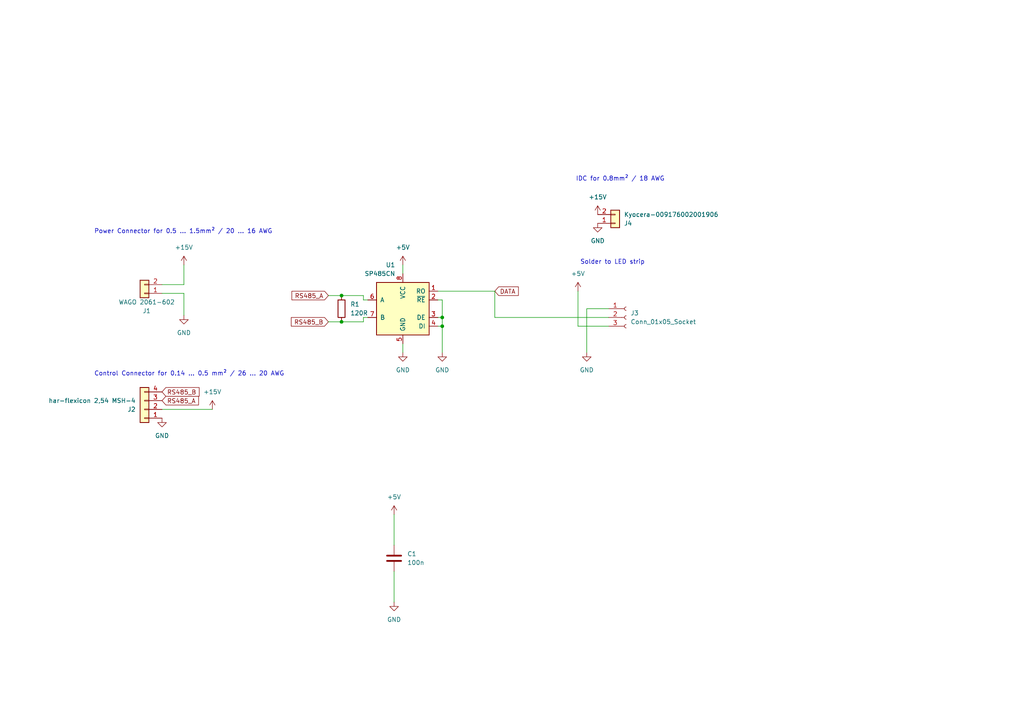
<source format=kicad_sch>
(kicad_sch (version 20230121) (generator eeschema)
  (paper "A4")
  (lib_symbols
    (symbol "Connector:Conn_01x03_Socket" (pin_names (offset 1.016) hide)
      (property "Reference" "J" (at 0 5.08 0))
      (property "Value" "Conn_01x03_Socket" (at 0 -5.08 0))
      (symbol "Conn_01x03_Socket_1_1"
        (arc (start 0 -2.032) (mid -0.5058 -2.54) (end 0 -3.048) (stroke (width 0.1524)))
        (polyline (pts (xy -1.27 -2.54) (xy -0.508 -2.54)) (stroke (width 0.1524)))
        (polyline (pts (xy -1.27 0) (xy -0.508 0)) (stroke (width 0.1524)))
        (polyline (pts (xy -1.27 2.54) (xy -0.508 2.54)) (stroke (width 0.1524)))
        (arc (start 0 0.508) (mid -0.5058 0) (end 0 -0.508) (stroke (width 0.1524)))
        (arc (start 0 3.048) (mid -0.5058 2.54) (end 0 2.032) (stroke (width 0.1524)))
        (pin passive line (at -5.08 2.54 0) (length 3.81) (name "Pin_1") (number "1"))
        (pin passive line (at -5.08 0 0) (length 3.81) (name "Pin_2") (number "2"))
        (pin passive line (at -5.08 -2.54 0) (length 3.81) (name "Pin_3") (number "3"))
      )
    )
    (symbol "Connector_Generic:Conn_01x02" (pin_names (offset 1.016) hide)
      (property "Reference" "J" (at 0 2.54 0))
      (property "Value" "Conn_01x02" (at 0 -5.08 0))
      (symbol "Conn_01x02_1_1"
        (rectangle (start -1.27 -2.413) (end 0 -2.667) (stroke (width 0.1524)))
        (rectangle (start -1.27 0.127) (end 0 -0.127) (stroke (width 0.1524)))
        (rectangle (start -1.27 1.27) (end 1.27 -3.81) (stroke (width 0.254)) (fill (type background)))
        (pin passive line (at -5.08 0 0) (length 3.81) (name "Pin_1") (number "1"))
        (pin passive line (at -5.08 -2.54 0) (length 3.81) (name "Pin_2") (number "2"))
      )
    )
    (symbol "Connector_Generic:Conn_01x04" (pin_names (offset 1.016) hide)
      (property "Reference" "J" (at 0 5.08 0))
      (property "Value" "Conn_01x04" (at 0 -7.62 0))
      (symbol "Conn_01x04_1_1"
        (rectangle (start -1.27 -4.953) (end 0 -5.207) (stroke (width 0.1524)))
        (rectangle (start -1.27 -2.413) (end 0 -2.667) (stroke (width 0.1524)))
        (rectangle (start -1.27 0.127) (end 0 -0.127) (stroke (width 0.1524)))
        (rectangle (start -1.27 2.667) (end 0 2.413) (stroke (width 0.1524)))
        (rectangle (start -1.27 3.81) (end 1.27 -6.35) (stroke (width 0.254)) (fill (type background)))
        (pin passive line (at -5.08 2.54 0) (length 3.81) (name "Pin_1") (number "1"))
        (pin passive line (at -5.08 0 0) (length 3.81) (name "Pin_2") (number "2"))
        (pin passive line (at -5.08 -2.54 0) (length 3.81) (name "Pin_3") (number "3"))
        (pin passive line (at -5.08 -5.08 0) (length 3.81) (name "Pin_4") (number "4"))
      )
    )
    (symbol "Device:C" (pin_numbers hide) (pin_names (offset 0.254))
      (property "Reference" "C" (at 0.635 2.54 0))
      (property "Value" "C" (at 0.635 -2.54 0))
      (symbol "C_0_1"
        (polyline (pts (xy -2.032 -0.762) (xy 2.032 -0.762)) (stroke (width 0.508)))
        (polyline (pts (xy -2.032 0.762) (xy 2.032 0.762)) (stroke (width 0.508)))
      )
      (symbol "C_1_1"
        (pin passive line (at 0 3.81 270) (length 2.794) (name "~") (number "1"))
        (pin passive line (at 0 -3.81 90) (length 2.794) (name "~") (number "2"))
      )
    )
    (symbol "Device:R" (pin_numbers hide) (pin_names (offset 0))
      (property "Reference" "R" (at 2.032 0 90))
      (property "Value" "R" (at 0 0 90))
      (symbol "R_0_1"
        (rectangle (start -1.016 -2.54) (end 1.016 2.54) (stroke (width 0.254)))
      )
      (symbol "R_1_1"
        (pin passive line (at 0 3.81 270) (length 1.27) (name "~") (number "1"))
        (pin passive line (at 0 -3.81 90) (length 1.27) (name "~") (number "2"))
      )
    )
    (symbol "Interface_UART:SP3485CN" (pin_names (offset 1.016))
      (property "Reference" "U" (at -7.62 8.89 0))
      (property "Value" "SP3485CN" (at 2.54 8.89 0))
      (symbol "SP3485CN_0_1"
        (rectangle (start -7.62 7.62) (end 7.62 -7.62) (stroke (width 0.254)) (fill (type background)))
      )
      (symbol "SP3485CN_1_1"
        (pin output line (at -10.16 5.08 0) (length 2.54) (name "RO") (number "1"))
        (pin input line (at -10.16 2.54 0) (length 2.54) (name "~{RE}") (number "2"))
        (pin input line (at -10.16 -2.54 0) (length 2.54) (name "DE") (number "3"))
        (pin input line (at -10.16 -5.08 0) (length 2.54) (name "DI") (number "4"))
        (pin power_in line (at 0 -10.16 90) (length 2.54) (name "GND") (number "5"))
        (pin bidirectional line (at 10.16 2.54 180) (length 2.54) (name "A") (number "6"))
        (pin bidirectional line (at 10.16 -2.54 180) (length 2.54) (name "B") (number "7"))
        (pin power_in line (at 0 10.16 270) (length 2.54) (name "VCC") (number "8"))
      )
    )
    (symbol "power:+15V" (power) (pin_names (offset 0))
      (property "Value" "+15V" (at 0 3.556 0))
      (symbol "+15V_0_1"
        (polyline (pts (xy -0.762 1.27) (xy 0 2.54)))
        (polyline (pts (xy 0 0) (xy 0 2.54)))
        (polyline (pts (xy 0 2.54) (xy 0.762 1.27)))
      )
      (symbol "+15V_1_1"
        (pin power_in line (at 0 0 90) (length 0) hide (name "+15V") (number "1"))
      )
    )
    (symbol "power:+5V" (power) (pin_names (offset 0))
      (property "Value" "+5V" (at 0 3.556 0))
      (symbol "+5V_0_1"
        (polyline (pts (xy -0.762 1.27) (xy 0 2.54)))
        (polyline (pts (xy 0 0) (xy 0 2.54)))
        (polyline (pts (xy 0 2.54) (xy 0.762 1.27)))
      )
      (symbol "+5V_1_1"
        (pin power_in line (at 0 0 90) (length 0) hide (name "+5V") (number "1"))
      )
    )
    (symbol "power:GND" (power) (pin_names (offset 0))
      (property "Value" "GND" (at 0 -3.81 0))
      (symbol "GND_0_1"
        (polyline (pts (xy 0 0) (xy 0 -1.27) (xy 1.27 -1.27) (xy 0 -2.54) (xy -1.27 -1.27) (xy 0 -1.27)))
      )
      (symbol "GND_1_1"
        (pin power_in line (at 0 0 270) (length 0) hide (name "GND") (number "1"))
      )
    )
  )
  (junction (at 99.06 85.725))
  (junction (at 128.27 94.615))
  (junction (at 99.06 93.345))
  (junction (at 128.27 92.075))
  (wire (pts (xy 170.18 89.535) (xy 176.53 89.535)))
  (wire (pts (xy 53.34 82.55) (xy 46.99 82.55)))
  (wire (pts (xy 95.25 93.345) (xy 99.06 93.345)))
  (wire (pts (xy 105.41 92.075) (xy 105.41 93.345)))
  (wire (pts (xy 105.41 92.075) (xy 106.68 92.075)))
  (wire (pts (xy 99.06 93.345) (xy 105.41 93.345)))
  (wire (pts (xy 127 92.075) (xy 128.27 92.075)))
  (wire (pts (xy 127 86.995) (xy 128.27 86.995)))
  (wire (pts (xy 167.64 84.455) (xy 167.64 94.615)))
  (wire (pts (xy 105.41 86.995) (xy 106.68 86.995)))
  (wire (pts (xy 99.06 85.725) (xy 95.25 85.725)))
  (wire (pts (xy 176.53 92.075) (xy 143.51 92.075)))
  (wire (pts (xy 114.3 149.225) (xy 114.3 158.115)))
  (wire (pts (xy 143.51 84.455) (xy 127 84.455)))
  (wire (pts (xy 128.27 92.075) (xy 128.27 94.615)))
  (wire (pts (xy 105.41 85.725) (xy 105.41 86.995)))
  (wire (pts (xy 53.34 85.09) (xy 46.99 85.09)))
  (wire (pts (xy 170.18 89.535) (xy 170.18 102.235)))
  (wire (pts (xy 116.84 99.695) (xy 116.84 102.235)))
  (wire (pts (xy 46.99 118.745) (xy 61.595 118.745)))
  (wire (pts (xy 116.84 76.835) (xy 116.84 79.375)))
  (wire (pts (xy 99.06 85.725) (xy 105.41 85.725)))
  (wire (pts (xy 53.34 76.835) (xy 53.34 82.55)))
  (wire (pts (xy 167.64 94.615) (xy 176.53 94.615)))
  (wire (pts (xy 114.3 165.735) (xy 114.3 174.625)))
  (wire (pts (xy 143.51 92.075) (xy 143.51 84.455)))
  (wire (pts (xy 128.27 94.615) (xy 128.27 102.235)))
  (wire (pts (xy 127 94.615) (xy 128.27 94.615)))
  (wire (pts (xy 53.34 91.44) (xy 53.34 85.09)))
  (wire (pts (xy 128.27 86.995) (xy 128.27 92.075)))
  (text "IDC for 0.8mm² / 18 AWG" (at 167.005 52.705 0) (effects (font (size 1.27 1.27)) (justify left bottom)))
  (text "Control Connector for 0.14 … 0.5 mm² / 26 … 20 AWG" (at 27.305 109.22 0) (effects (font (size 1.27 1.27)) (justify left bottom)))
  (text "Solder to LED strip" (at 168.275 76.835 0) (effects (font (size 1.27 1.27)) (justify left bottom)))
  (text "Power Connector for 0.5 … 1.5mm² / 20 … 16 AWG" (at 27.305 67.945 0) (effects (font (size 1.27 1.27)) (justify left bottom)))
  (global_label "RS485_A" (shape input) (at 46.99 116.205 0) (property "Intersheetrefs" "${INTERSHEET_REFS}" (effects hide)))
  (global_label "DATA" (shape input) (at 143.51 84.455 0) (property "Intersheetrefs" "${INTERSHEET_REFS}" (effects hide)))
  (global_label "RS485_B" (shape input) (at 46.99 113.665 0) (property "Intersheetrefs" "${INTERSHEET_REFS}" (effects hide)))
  (global_label "RS485_B" (shape input) (at 95.25 93.345 180) (property "Intersheetrefs" "${INTERSHEET_REFS}" (effects hide)))
  (global_label "RS485_A" (shape input) (at 95.25 85.725 180) (property "Intersheetrefs" "${INTERSHEET_REFS}" (effects hide)))
  (symbol (lib_id "power:GND") (at 128.27 102.235 0) (unit 1)
    (property "Reference" "#PWR08" (effects hide))
    (property "Value" "GND" (at 128.27 107.315 0))
  )
  (symbol (lib_id "Interface_UART:SP3485CN") (at 116.84 89.535 0) (mirror y) (unit 1)
    (property "Reference" "U1" (at 114.6459 76.835 0) (effects (justify left)))
    (property "Value" "SP485CN" (at 114.6459 79.375 0) (effects (justify left)))
    (property "Footprint" "local:SP485" (effects hide))
    (property "Datasheet" "http://www.icbase.com/pdf/SPX/SPX00480106.pdf" (effects hide))
  )
  (symbol (lib_id "power:+15V") (at 61.595 118.745 0) (unit 1)
    (property "Reference" "#PWR013" (effects hide))
    (property "Value" "+15V" (at 61.595 113.665 0))
  )
  (symbol (lib_id "power:GND") (at 170.18 102.235 0) (unit 1)
    (property "Reference" "#PWR02" (effects hide))
    (property "Value" "GND" (at 170.18 107.315 0))
  )
  (symbol (lib_id "power:GND") (at 53.34 91.44 0) (unit 1)
    (property "Reference" "#PWR06" (effects hide))
    (property "Value" "GND" (at 53.34 96.52 0))
  )
  (symbol (lib_id "power:+5V") (at 167.64 84.455 0) (unit 1)
    (property "Reference" "#PWR01" (effects hide))
    (property "Value" "+5V" (at 167.64 79.375 0))
  )
  (symbol (lib_id "power:GND") (at 114.3 174.625 0) (unit 1)
    (property "Reference" "#PWR09" (effects hide))
    (property "Value" "GND" (at 114.3 179.705 0))
  )
  (symbol (lib_id "power:+5V") (at 114.3 149.225 0) (unit 1)
    (property "Reference" "#PWR010" (effects hide))
    (property "Value" "+5V" (at 114.3 144.145 0))
  )
  (symbol (lib_id "Connector_Generic:Conn_01x04") (at 41.91 118.745 180) (unit 1)
    (property "Reference" "J2" (at 39.37 118.745 0) (effects (justify left)))
    (property "Value" "har-flexicon 2,54 MSH-4" (at 39.37 116.205 0) (effects (justify left)))
    (property "Footprint" "local:Harting14110413002000" (effects hide))
  )
  (symbol (lib_id "power:+15V") (at 53.34 76.835 0) (unit 1)
    (property "Reference" "#PWR07" (effects hide))
    (property "Value" "+15V" (at 53.34 71.755 0))
  )
  (symbol (lib_id "power:+15V") (at 173.355 62.23 0) (unit 1)
    (property "Reference" "#PWR012" (effects hide))
    (property "Value" "+15V" (at 173.355 57.15 0))
  )
  (symbol (lib_id "power:+5V") (at 116.84 76.835 0) (unit 1)
    (property "Reference" "#PWR05" (effects hide))
    (property "Value" "+5V" (at 116.84 71.755 0))
  )
  (symbol (lib_id "power:GND") (at 116.84 102.235 0) (unit 1)
    (property "Reference" "#PWR04" (effects hide))
    (property "Value" "GND" (at 116.84 107.315 0))
  )
  (symbol (lib_id "power:GND") (at 173.355 64.77 0) (unit 1)
    (property "Reference" "#PWR011" (effects hide))
    (property "Value" "GND" (at 173.355 69.85 0))
  )
  (symbol (lib_id "Connector_Generic:Conn_01x02") (at 41.91 85.09 180) (unit 1)
    (property "Reference" "J1" (at 42.545 90.17 0))
    (property "Value" "WAGO 2061-602" (at 42.545 87.63 0))
    (property "Footprint" "local:WAGO2061-602" (effects hide))
  )
  (symbol (lib_id "Device:C") (at 114.3 161.925 0) (unit 1)
    (property "Reference" "C1" (at 118.11 160.655 0) (effects (justify left)))
    (property "Value" "100n" (at 118.11 163.195 0) (effects (justify left)))
    (property "Footprint" "Capacitor_SMD:C_0603_1608Metric" (effects hide))
  )
  (symbol (lib_id "Device:R") (at 99.06 89.535 0) (unit 1)
    (property "Reference" "R1" (at 101.6 88.265 0) (effects (justify left)))
    (property "Value" "120R" (at 101.6 90.805 0) (effects (justify left)))
    (property "Footprint" "Resistor_SMD:R_1206_3216Metric" (effects hide))
  )
  (symbol (lib_id "power:GND") (at 46.99 121.285 0) (unit 1)
    (property "Reference" "#PWR03" (effects hide))
    (property "Value" "GND" (at 46.99 126.365 0))
  )
  (symbol (lib_id "Connector:Conn_01x03_Socket") (at 181.61 92.075 0) (unit 1)
    (property "Reference" "J3" (at 182.88 90.805 0) (effects (justify left)))
    (property "Value" "Conn_01x05_Socket" (at 182.88 93.345 0) (effects (justify left)))
    (property "Footprint" "local:HolesL" (effects hide))
  )
  (symbol (lib_id "Connector_Generic:Conn_01x02") (at 178.435 64.77 0) (mirror x) (unit 1)
    (property "Reference" "J4" (at 180.975 64.77 0) (effects (justify left)))
    (property "Value" "Kyocera-009176002001906" (at 180.975 62.23 0) (effects (justify left)))
    (property "Footprint" "local:Kyocera-009176002001906" (effects hide))
  )
)
</source>
